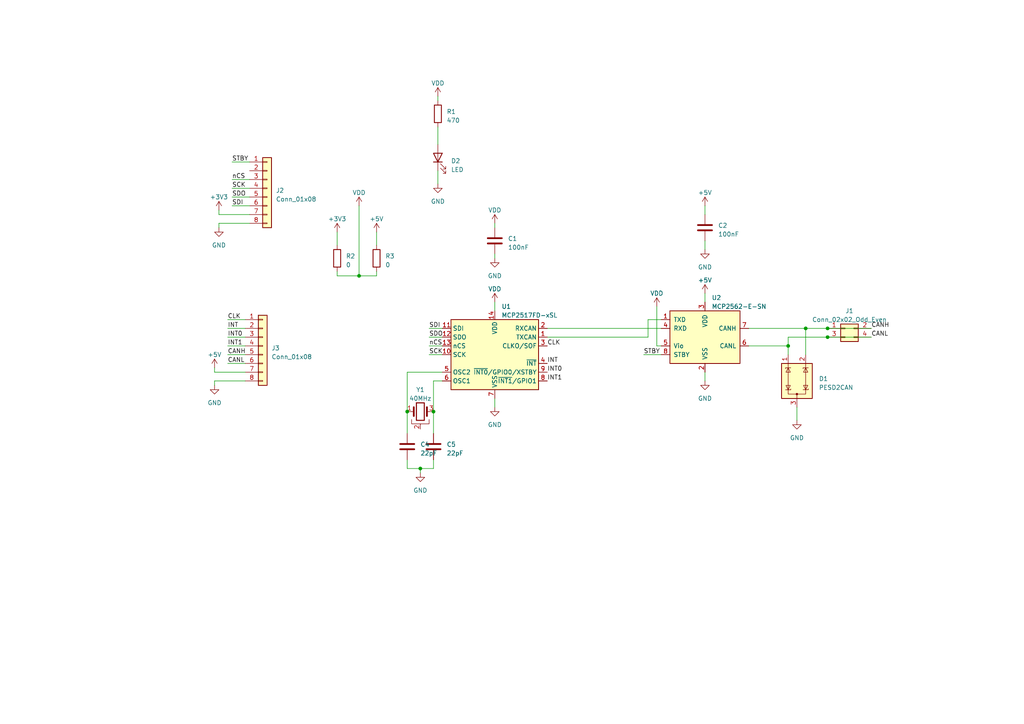
<source format=kicad_sch>
(kicad_sch (version 20230121) (generator eeschema)
  (paper "A4")
  (lib_symbols
    (symbol "Connector_Generic:Conn_01x08" (pin_names (offset 1.016) hide)
      (property "Reference" "J" (at 0 10.16 0))
      (property "Value" "Conn_01x08" (at 0 -12.7 0))
      (symbol "Conn_01x08_1_1"
        (rectangle (start -1.27 -10.033) (end 0 -10.287) (stroke (width 0.1524)))
        (rectangle (start -1.27 -7.493) (end 0 -7.747) (stroke (width 0.1524)))
        (rectangle (start -1.27 -4.953) (end 0 -5.207) (stroke (width 0.1524)))
        (rectangle (start -1.27 -2.413) (end 0 -2.667) (stroke (width 0.1524)))
        (rectangle (start -1.27 0.127) (end 0 -0.127) (stroke (width 0.1524)))
        (rectangle (start -1.27 2.667) (end 0 2.413) (stroke (width 0.1524)))
        (rectangle (start -1.27 5.207) (end 0 4.953) (stroke (width 0.1524)))
        (rectangle (start -1.27 7.747) (end 0 7.493) (stroke (width 0.1524)))
        (rectangle (start -1.27 8.89) (end 1.27 -11.43) (stroke (width 0.254)) (fill (type background)))
        (pin passive line (at -5.08 7.62 0) (length 3.81) (name "Pin_1") (number "1"))
        (pin passive line (at -5.08 5.08 0) (length 3.81) (name "Pin_2") (number "2"))
        (pin passive line (at -5.08 2.54 0) (length 3.81) (name "Pin_3") (number "3"))
        (pin passive line (at -5.08 0 0) (length 3.81) (name "Pin_4") (number "4"))
        (pin passive line (at -5.08 -2.54 0) (length 3.81) (name "Pin_5") (number "5"))
        (pin passive line (at -5.08 -5.08 0) (length 3.81) (name "Pin_6") (number "6"))
        (pin passive line (at -5.08 -7.62 0) (length 3.81) (name "Pin_7") (number "7"))
        (pin passive line (at -5.08 -10.16 0) (length 3.81) (name "Pin_8") (number "8"))
      )
    )
    (symbol "Connector_Generic:Conn_02x02_Odd_Even" (pin_names (offset 1.016) hide)
      (property "Reference" "J" (at 1.27 2.54 0))
      (property "Value" "Conn_02x02_Odd_Even" (at 1.27 -5.08 0))
      (symbol "Conn_02x02_Odd_Even_1_1"
        (rectangle (start -1.27 -2.413) (end 0 -2.667) (stroke (width 0.1524)))
        (rectangle (start -1.27 0.127) (end 0 -0.127) (stroke (width 0.1524)))
        (rectangle (start -1.27 1.27) (end 3.81 -3.81) (stroke (width 0.254)) (fill (type background)))
        (rectangle (start 3.81 -2.413) (end 2.54 -2.667) (stroke (width 0.1524)))
        (rectangle (start 3.81 0.127) (end 2.54 -0.127) (stroke (width 0.1524)))
        (pin passive line (at -5.08 0 0) (length 3.81) (name "Pin_1") (number "1"))
        (pin passive line (at 7.62 0 180) (length 3.81) (name "Pin_2") (number "2"))
        (pin passive line (at -5.08 -2.54 0) (length 3.81) (name "Pin_3") (number "3"))
        (pin passive line (at 7.62 -2.54 180) (length 3.81) (name "Pin_4") (number "4"))
      )
    )
    (symbol "Device:C" (pin_numbers hide) (pin_names (offset 0.254))
      (property "Reference" "C" (at 0.635 2.54 0))
      (property "Value" "C" (at 0.635 -2.54 0))
      (symbol "C_0_1"
        (polyline (pts (xy -2.032 -0.762) (xy 2.032 -0.762)) (stroke (width 0.508)))
        (polyline (pts (xy -2.032 0.762) (xy 2.032 0.762)) (stroke (width 0.508)))
      )
      (symbol "C_1_1"
        (pin passive line (at 0 3.81 270) (length 2.794) (name "~") (number "1"))
        (pin passive line (at 0 -3.81 90) (length 2.794) (name "~") (number "2"))
      )
    )
    (symbol "Device:Crystal_GND2" (pin_names (offset 1.016) hide)
      (property "Reference" "Y" (at 0 5.715 0))
      (property "Value" "Crystal_GND2" (at 0 3.81 0))
      (symbol "Crystal_GND2_0_1"
        (rectangle (start -1.143 2.54) (end 1.143 -2.54) (stroke (width 0.3048)))
        (polyline (pts (xy -2.54 0) (xy -1.905 0)))
        (polyline (pts (xy -1.905 -1.27) (xy -1.905 1.27)) (stroke (width 0.508)))
        (polyline (pts (xy 0 -3.81) (xy 0 -3.556)))
        (polyline (pts (xy 1.905 0) (xy 2.54 0)))
        (polyline (pts (xy 1.905 1.27) (xy 1.905 -1.27)) (stroke (width 0.508)))
        (polyline (pts (xy -2.54 -2.286) (xy -2.54 -3.556) (xy 2.54 -3.556) (xy 2.54 -2.286)))
      )
      (symbol "Crystal_GND2_1_1"
        (pin passive line (at -3.81 0 0) (length 1.27) (name "1") (number "1"))
        (pin passive line (at 0 -5.08 90) (length 1.27) (name "2") (number "2"))
        (pin passive line (at 3.81 0 180) (length 1.27) (name "3") (number "3"))
      )
    )
    (symbol "Device:LED" (pin_numbers hide) (pin_names (offset 1.016) hide)
      (property "Reference" "D" (at 0 2.54 0))
      (property "Value" "LED" (at 0 -2.54 0))
      (symbol "LED_0_1"
        (polyline (pts (xy -1.27 -1.27) (xy -1.27 1.27)) (stroke (width 0.254)))
        (polyline (pts (xy -1.27 0) (xy 1.27 0)))
        (polyline (pts (xy 1.27 -1.27) (xy 1.27 1.27) (xy -1.27 0) (xy 1.27 -1.27)) (stroke (width 0.254)))
        (polyline (pts (xy -3.048 -0.762) (xy -4.572 -2.286) (xy -3.81 -2.286) (xy -4.572 -2.286) (xy -4.572 -1.524)))
        (polyline (pts (xy -1.778 -0.762) (xy -3.302 -2.286) (xy -2.54 -2.286) (xy -3.302 -2.286) (xy -3.302 -1.524)))
      )
      (symbol "LED_1_1"
        (pin passive line (at -3.81 0 0) (length 2.54) (name "K") (number "1"))
        (pin passive line (at 3.81 0 180) (length 2.54) (name "A") (number "2"))
      )
    )
    (symbol "Device:R" (pin_numbers hide) (pin_names (offset 0))
      (property "Reference" "R" (at 2.032 0 90))
      (property "Value" "R" (at 0 0 90))
      (symbol "R_0_1"
        (rectangle (start -1.016 -2.54) (end 1.016 2.54) (stroke (width 0.254)))
      )
      (symbol "R_1_1"
        (pin passive line (at 0 3.81 270) (length 1.27) (name "~") (number "1"))
        (pin passive line (at 0 -3.81 90) (length 1.27) (name "~") (number "2"))
      )
    )
    (symbol "Interface_CAN_LIN:MCP2517FD-xSL"
      (property "Reference" "U" (at -12.7 12.7 0))
      (property "Value" "MCP2517FD-xSL" (at 2.54 12.7 0))
      (symbol "MCP2517FD-xSL_0_1"
        (rectangle (start -12.7 10.16) (end 12.7 -10.16) (stroke (width 0.254)) (fill (type background)))
      )
      (symbol "MCP2517FD-xSL_1_1"
        (pin output line (at 15.24 5.08 180) (length 2.54) (name "TXCAN") (number "1"))
        (pin input line (at -15.24 0 0) (length 2.54) (name "SCK") (number "10"))
        (pin input line (at -15.24 7.62 0) (length 2.54) (name "SDI") (number "11"))
        (pin output line (at -15.24 5.08 0) (length 2.54) (name "SDO") (number "12"))
        (pin input line (at -15.24 2.54 0) (length 2.54) (name "nCS") (number "13"))
        (pin power_in line (at 0 12.7 270) (length 2.54) (name "VDD") (number "14"))
        (pin input line (at 15.24 7.62 180) (length 2.54) (name "RXCAN") (number "2"))
        (pin output line (at 15.24 2.54 180) (length 2.54) (name "CLKO/SOF") (number "3"))
        (pin output line (at 15.24 -2.54 180) (length 2.54) (name "~{INT}") (number "4"))
        (pin output line (at -15.24 -5.08 0) (length 2.54) (name "OSC2") (number "5"))
        (pin input line (at -15.24 -7.62 0) (length 2.54) (name "OSC1") (number "6"))
        (pin power_in line (at 0 -12.7 90) (length 2.54) (name "VSS") (number "7"))
        (pin bidirectional line (at 15.24 -7.62 180) (length 2.54) (name "~{INT1}/GPIO1") (number "8"))
        (pin bidirectional line (at 15.24 -5.08 180) (length 2.54) (name "~{INT0}/GPIO0/XSTBY") (number "9"))
      )
    )
    (symbol "Interface_CAN_LIN:MCP2562-E-SN" (pin_names (offset 1.016))
      (property "Reference" "U" (at -10.16 8.89 0))
      (property "Value" "MCP2562-E-SN" (at 2.54 8.89 0))
      (symbol "MCP2562-E-SN_0_1"
        (rectangle (start -10.16 7.62) (end 10.16 -7.62) (stroke (width 0.254)) (fill (type background)))
      )
      (symbol "MCP2562-E-SN_1_1"
        (pin input line (at -12.7 5.08 0) (length 2.54) (name "TXD") (number "1"))
        (pin power_in line (at 0 -10.16 90) (length 2.54) (name "VSS") (number "2"))
        (pin power_in line (at 0 10.16 270) (length 2.54) (name "VDD") (number "3"))
        (pin output line (at -12.7 2.54 0) (length 2.54) (name "RXD") (number "4"))
        (pin power_in line (at -12.7 -2.54 0) (length 2.54) (name "Vio") (number "5"))
        (pin bidirectional line (at 12.7 -2.54 180) (length 2.54) (name "CANL") (number "6"))
        (pin bidirectional line (at 12.7 2.54 180) (length 2.54) (name "CANH") (number "7"))
        (pin input line (at -12.7 -5.08 0) (length 2.54) (name "STBY") (number "8"))
      )
    )
    (symbol "pi_Library:PESD2CAN" (pin_names hide)
      (property "Reference" "D" (at 5.715 2.54 0))
      (property "Value" "PESD2CAN" (at 5.715 0.635 0))
      (symbol "PESD2CAN_0_0"
        (pin passive line (at 0 -10.16 90) (length 2.54) (name "A") (number "3"))
      )
      (symbol "PESD2CAN_0_1"
        (rectangle (start -4.445 2.54) (end 4.445 -7.62) (stroke (width 0.254)) (fill (type background)))
        (circle (center 0 -6.35) (radius 0.254) (fill (type outline)))
        (polyline (pts (xy -2.54 2.54) (xy -2.54 1.27)))
        (polyline (pts (xy 0 -6.35) (xy 0 -7.62)))
        (polyline (pts (xy 2.54 2.54) (xy 2.54 1.27)))
        (polyline (pts (xy -3.302 1.016) (xy -3.302 1.27) (xy -1.905 1.27) (xy -1.778 1.27)))
        (polyline (pts (xy -2.541 -5.1106) (xy -3.176 -3.8406) (xy -1.906 -3.8406) (xy -2.541 -5.1106)))
        (polyline (pts (xy -2.54 1.27) (xy -2.54 -6.35) (xy 2.54 -6.35) (xy 2.54 1.27)))
        (polyline (pts (xy -2.54 1.27) (xy -1.905 0) (xy -3.175 0) (xy -2.54 1.27)))
        (polyline (pts (xy -1.779 -4.8566) (xy -1.779 -5.1106) (xy -3.176 -5.1106) (xy -3.303 -5.1106)))
        (polyline (pts (xy 1.778 1.016) (xy 1.778 1.27) (xy 3.175 1.27) (xy 3.302 1.27)))
        (polyline (pts (xy 2.54 -5.08) (xy 1.905 -3.81) (xy 3.175 -3.81) (xy 2.54 -5.08)))
        (polyline (pts (xy 2.54 1.27) (xy 1.905 0) (xy 3.175 0) (xy 2.54 1.27)))
        (polyline (pts (xy 3.302 -4.826) (xy 3.302 -5.08) (xy 1.905 -5.08) (xy 1.778 -5.08)))
      )
      (symbol "PESD2CAN_1_1"
        (pin passive line (at -2.54 5.08 270) (length 2.54) (name "K") (number "1"))
        (pin passive line (at 2.54 5.08 270) (length 2.54) (name "K") (number "2"))
      )
    )
    (symbol "power:+3V3" (power) (pin_names (offset 0))
      (property "Value" "+3V3" (at 0 3.556 0))
      (symbol "+3V3_0_1"
        (polyline (pts (xy -0.762 1.27) (xy 0 2.54)))
        (polyline (pts (xy 0 0) (xy 0 2.54)))
        (polyline (pts (xy 0 2.54) (xy 0.762 1.27)))
      )
      (symbol "+3V3_1_1"
        (pin power_in line (at 0 0 90) (length 0) hide (name "+3V3") (number "1"))
      )
    )
    (symbol "power:+5V" (power) (pin_names (offset 0))
      (property "Value" "+5V" (at 0 3.556 0))
      (symbol "+5V_0_1"
        (polyline (pts (xy -0.762 1.27) (xy 0 2.54)))
        (polyline (pts (xy 0 0) (xy 0 2.54)))
        (polyline (pts (xy 0 2.54) (xy 0.762 1.27)))
      )
      (symbol "+5V_1_1"
        (pin power_in line (at 0 0 90) (length 0) hide (name "+5V") (number "1"))
      )
    )
    (symbol "power:GND" (power) (pin_names (offset 0))
      (property "Value" "GND" (at 0 -3.81 0))
      (symbol "GND_0_1"
        (polyline (pts (xy 0 0) (xy 0 -1.27) (xy 1.27 -1.27) (xy 0 -2.54) (xy -1.27 -1.27) (xy 0 -1.27)))
      )
      (symbol "GND_1_1"
        (pin power_in line (at 0 0 270) (length 0) hide (name "GND") (number "1"))
      )
    )
    (symbol "power:VDD" (power) (pin_names (offset 0))
      (property "Value" "VDD" (at 0 3.81 0))
      (symbol "VDD_0_1"
        (polyline (pts (xy -0.762 1.27) (xy 0 2.54)))
        (polyline (pts (xy 0 0) (xy 0 2.54)))
        (polyline (pts (xy 0 2.54) (xy 0.762 1.27)))
      )
      (symbol "VDD_1_1"
        (pin power_in line (at 0 0 90) (length 0) hide (name "VDD") (number "1"))
      )
    )
  )
  (junction (at 118.11 119.38))
  (junction (at 125.73 119.38))
  (junction (at 228.6 100.33))
  (junction (at 233.68 95.25))
  (junction (at 104.14 80.01))
  (junction (at 121.92 135.89))
  (junction (at 240.03 95.25))
  (junction (at 240.03 97.79))
  (wire (pts (xy 67.31 52.07) (xy 72.39 52.07)))
  (wire (pts (xy 143.51 87.63) (xy 143.51 90.17)))
  (wire (pts (xy 109.22 80.01) (xy 104.14 80.01)))
  (wire (pts (xy 143.51 115.57) (xy 143.51 118.11)))
  (wire (pts (xy 217.17 100.33) (xy 228.6 100.33)))
  (wire (pts (xy 118.11 135.89) (xy 118.11 133.35)))
  (wire (pts (xy 121.92 135.89) (xy 118.11 135.89)))
  (wire (pts (xy 125.73 135.89) (xy 121.92 135.89)))
  (wire (pts (xy 233.68 95.25) (xy 240.03 95.25)))
  (wire (pts (xy 62.23 106.68) (xy 62.23 107.95)))
  (wire (pts (xy 125.73 110.49) (xy 125.73 119.38)))
  (wire (pts (xy 127 27.94) (xy 127 29.21)))
  (wire (pts (xy 204.47 69.85) (xy 204.47 72.39)))
  (wire (pts (xy 66.04 105.41) (xy 71.12 105.41)))
  (wire (pts (xy 118.11 119.38) (xy 118.11 125.73)))
  (wire (pts (xy 62.23 111.76) (xy 62.23 110.49)))
  (wire (pts (xy 67.31 54.61) (xy 72.39 54.61)))
  (wire (pts (xy 124.46 95.25) (xy 128.27 95.25)))
  (wire (pts (xy 67.31 59.69) (xy 72.39 59.69)))
  (wire (pts (xy 204.47 85.09) (xy 204.47 87.63)))
  (wire (pts (xy 187.96 92.71) (xy 187.96 97.79)))
  (wire (pts (xy 104.14 59.69) (xy 104.14 80.01)))
  (wire (pts (xy 63.5 66.04) (xy 63.5 64.77)))
  (wire (pts (xy 66.04 97.79) (xy 71.12 97.79)))
  (wire (pts (xy 191.77 92.71) (xy 187.96 92.71)))
  (wire (pts (xy 97.79 80.01) (xy 104.14 80.01)))
  (wire (pts (xy 62.23 110.49) (xy 71.12 110.49)))
  (wire (pts (xy 97.79 78.74) (xy 97.79 80.01)))
  (wire (pts (xy 66.04 102.87) (xy 71.12 102.87)))
  (wire (pts (xy 128.27 107.95) (xy 118.11 107.95)))
  (wire (pts (xy 121.92 137.16) (xy 121.92 135.89)))
  (wire (pts (xy 186.69 102.87) (xy 191.77 102.87)))
  (wire (pts (xy 125.73 133.35) (xy 125.73 135.89)))
  (wire (pts (xy 128.27 110.49) (xy 125.73 110.49)))
  (wire (pts (xy 97.79 67.31) (xy 97.79 71.12)))
  (wire (pts (xy 62.23 107.95) (xy 71.12 107.95)))
  (wire (pts (xy 231.14 118.11) (xy 231.14 121.92)))
  (wire (pts (xy 63.5 62.23) (xy 72.39 62.23)))
  (wire (pts (xy 124.46 97.79) (xy 128.27 97.79)))
  (wire (pts (xy 228.6 97.79) (xy 240.03 97.79)))
  (wire (pts (xy 228.6 100.33) (xy 228.6 102.87)))
  (wire (pts (xy 127 49.53) (xy 127 53.34)))
  (wire (pts (xy 63.5 64.77) (xy 72.39 64.77)))
  (wire (pts (xy 190.5 100.33) (xy 191.77 100.33)))
  (wire (pts (xy 233.68 95.25) (xy 233.68 102.87)))
  (wire (pts (xy 63.5 60.96) (xy 63.5 62.23)))
  (wire (pts (xy 109.22 67.31) (xy 109.22 71.12)))
  (wire (pts (xy 109.22 78.74) (xy 109.22 80.01)))
  (wire (pts (xy 127 36.83) (xy 127 41.91)))
  (wire (pts (xy 204.47 59.69) (xy 204.47 62.23)))
  (wire (pts (xy 143.51 73.66) (xy 143.51 74.93)))
  (wire (pts (xy 158.75 95.25) (xy 191.77 95.25)))
  (wire (pts (xy 118.11 107.95) (xy 118.11 119.38)))
  (wire (pts (xy 187.96 97.79) (xy 158.75 97.79)))
  (wire (pts (xy 66.04 100.33) (xy 71.12 100.33)))
  (wire (pts (xy 190.5 88.9) (xy 190.5 100.33)))
  (wire (pts (xy 240.03 95.25) (xy 252.73 95.25)))
  (wire (pts (xy 124.46 100.33) (xy 128.27 100.33)))
  (wire (pts (xy 125.73 119.38) (xy 125.73 125.73)))
  (wire (pts (xy 204.47 107.95) (xy 204.47 110.49)))
  (wire (pts (xy 66.04 95.25) (xy 71.12 95.25)))
  (wire (pts (xy 228.6 97.79) (xy 228.6 100.33)))
  (wire (pts (xy 124.46 102.87) (xy 128.27 102.87)))
  (wire (pts (xy 143.51 64.77) (xy 143.51 66.04)))
  (wire (pts (xy 240.03 97.79) (xy 252.73 97.79)))
  (wire (pts (xy 217.17 95.25) (xy 233.68 95.25)))
  (wire (pts (xy 67.31 57.15) (xy 72.39 57.15)))
  (wire (pts (xy 67.31 46.99) (xy 72.39 46.99)))
  (wire (pts (xy 66.04 92.71) (xy 71.12 92.71)))
  (label "SDI" (at 67.31 59.69 0))
  (label "INT1" (at 158.75 110.49 0))
  (label "SCK" (at 67.31 54.61 0))
  (label "SDO" (at 124.46 97.79 0))
  (label "CLK" (at 158.75 100.33 0))
  (label "STBY" (at 67.31 46.99 0))
  (label "INT" (at 158.75 105.41 0))
  (label "INT1" (at 66.04 100.33 0))
  (label "nCS" (at 124.46 100.33 0))
  (label "STBY" (at 186.69 102.87 0))
  (label "CANL" (at 252.73 97.79 0))
  (label "INT0" (at 158.75 107.95 0))
  (label "INT" (at 66.04 95.25 0))
  (label "CANL" (at 66.04 105.41 0))
  (label "CLK" (at 66.04 92.71 0))
  (label "SDO" (at 67.31 57.15 0))
  (label "CANH" (at 252.73 95.25 0))
  (label "SCK" (at 124.46 102.87 0))
  (label "nCS" (at 67.31 52.07 0))
  (label "SDI" (at 124.46 95.25 0))
  (label "CANH" (at 66.04 102.87 0))
  (label "INT0" (at 66.04 97.79 0))
  (symbol (lib_id "power:GND") (at 143.51 118.11 0) (unit 1)
    (property "Reference" "#PWR05" (effects hide))
    (property "Value" "GND" (at 143.51 123.19 0))
  )
  (symbol (lib_id "Device:R") (at 127 33.02 0) (unit 1)
    (property "Reference" "R1" (at 129.54 32.385 0) (effects (justify left)))
    (property "Value" "470" (at 129.54 34.925 0) (effects (justify left)))
    (property "Footprint" "Capacitor_SMD:C_0805_2012Metric_Pad1.18x1.45mm_HandSolder" (effects hide))
  )
  (symbol (lib_id "Connector_Generic:Conn_01x08") (at 76.2 100.33 0) (unit 1)
    (property "Reference" "J3" (at 78.74 100.965 0) (effects (justify left)))
    (property "Value" "Conn_01x08" (at 78.74 103.505 0) (effects (justify left)))
    (property "Footprint" "Connector_PinHeader_2.54mm:PinHeader_1x08_P2.54mm_Vertical" (effects hide))
  )
  (symbol (lib_id "power:+3V3") (at 63.5 60.96 0) (unit 1)
    (property "Reference" "#PWR014" (effects hide))
    (property "Value" "+3V3" (at 63.5 57.15 0))
  )
  (symbol (lib_id "Device:R") (at 109.22 74.93 0) (unit 1)
    (property "Reference" "R3" (at 111.76 74.295 0) (effects (justify left)))
    (property "Value" "0" (at 111.76 76.835 0) (effects (justify left)))
    (property "Footprint" "Resistor_SMD:R_0805_2012Metric_Pad1.20x1.40mm_HandSolder" (effects hide))
  )
  (symbol (lib_id "power:GND") (at 62.23 111.76 0) (unit 1)
    (property "Reference" "#PWR017" (effects hide))
    (property "Value" "GND" (at 62.23 116.84 0))
  )
  (symbol (lib_id "Device:R") (at 97.79 74.93 0) (unit 1)
    (property "Reference" "R2" (at 100.33 74.295 0) (effects (justify left)))
    (property "Value" "0" (at 100.33 76.835 0) (effects (justify left)))
    (property "Footprint" "Resistor_SMD:R_0805_2012Metric_Pad1.20x1.40mm_HandSolder" (effects hide))
  )
  (symbol (lib_id "Device:C") (at 204.47 66.04 0) (unit 1)
    (property "Reference" "C2" (at 208.28 65.405 0) (effects (justify left)))
    (property "Value" "100nF" (at 208.28 67.945 0) (effects (justify left)))
    (property "Footprint" "Capacitor_SMD:C_0805_2012Metric_Pad1.18x1.45mm_HandSolder" (effects hide))
  )
  (symbol (lib_id "power:+5V") (at 204.47 59.69 0) (unit 1)
    (property "Reference" "#PWR06" (effects hide))
    (property "Value" "+5V" (at 204.47 55.88 0))
  )
  (symbol (lib_id "Device:C") (at 118.11 129.54 0) (unit 1)
    (property "Reference" "C4" (at 121.92 128.905 0) (effects (justify left)))
    (property "Value" "22pF" (at 121.92 131.445 0) (effects (justify left)))
    (property "Footprint" "Capacitor_SMD:C_0805_2012Metric_Pad1.18x1.45mm_HandSolder" (effects hide))
  )
  (symbol (lib_id "power:GND") (at 63.5 66.04 0) (unit 1)
    (property "Reference" "#PWR015" (effects hide))
    (property "Value" "GND" (at 63.5 71.12 0))
  )
  (symbol (lib_id "power:+5V") (at 204.47 85.09 0) (unit 1)
    (property "Reference" "#PWR03" (effects hide))
    (property "Value" "+5V" (at 204.47 81.28 0))
  )
  (symbol (lib_id "power:GND") (at 231.14 121.92 0) (unit 1)
    (property "Reference" "#PWR012" (effects hide))
    (property "Value" "GND" (at 231.14 127 0))
  )
  (symbol (lib_id "power:GND") (at 127 53.34 0) (unit 1)
    (property "Reference" "#PWR018" (effects hide))
    (property "Value" "GND" (at 127 58.42 0))
  )
  (symbol (lib_id "pi_Library:PESD2CAN") (at 231.14 107.95 0) (unit 1)
    (property "Reference" "D1" (at 237.49 109.855 0) (effects (justify left)))
    (property "Value" "PESD2CAN" (at 237.49 112.395 0) (effects (justify left)))
    (property "Footprint" "Package_TO_SOT_SMD:SOT-23" (effects hide))
    (property "Datasheet" "http://www.littelfuse.com/~/media/files/littelfuse/technical%20resources/documents/data%20sheets/sp05xxba.pdf" (effects hide))
  )
  (symbol (lib_id "power:VDD") (at 190.5 88.9 0) (unit 1)
    (property "Reference" "#PWR04" (effects hide))
    (property "Value" "VDD" (at 190.5 85.09 0))
  )
  (symbol (lib_id "power:GND") (at 204.47 72.39 0) (unit 1)
    (property "Reference" "#PWR07" (effects hide))
    (property "Value" "GND" (at 204.47 77.47 0))
  )
  (symbol (lib_id "Device:C") (at 143.51 69.85 0) (unit 1)
    (property "Reference" "C1" (at 147.32 69.215 0) (effects (justify left)))
    (property "Value" "100nF" (at 147.32 71.755 0) (effects (justify left)))
    (property "Footprint" "Capacitor_SMD:C_0805_2012Metric_Pad1.18x1.45mm_HandSolder" (effects hide))
  )
  (symbol (lib_id "power:VDD") (at 104.14 59.69 0) (unit 1)
    (property "Reference" "#PWR021" (effects hide))
    (property "Value" "VDD" (at 104.14 55.88 0))
  )
  (symbol (lib_id "power:VDD") (at 143.51 64.77 0) (unit 1)
    (property "Reference" "#PWR09" (effects hide))
    (property "Value" "VDD" (at 143.51 60.96 0))
  )
  (symbol (lib_id "Device:C") (at 125.73 129.54 0) (unit 1)
    (property "Reference" "C5" (at 129.54 128.905 0) (effects (justify left)))
    (property "Value" "22pF" (at 129.54 131.445 0) (effects (justify left)))
    (property "Footprint" "Capacitor_SMD:C_0805_2012Metric_Pad1.18x1.45mm_HandSolder" (effects hide))
  )
  (symbol (lib_id "Connector_Generic:Conn_02x02_Odd_Even") (at 245.11 95.25 0) (unit 1)
    (property "Reference" "J1" (at 246.38 90.17 0))
    (property "Value" "Conn_02x02_Odd_Even" (at 246.38 92.71 0))
    (property "Footprint" "Connector_PinHeader_2.54mm:PinHeader_2x02_P2.54mm_Vertical" (effects hide))
  )
  (symbol (lib_id "power:GND") (at 204.47 110.49 0) (unit 1)
    (property "Reference" "#PWR08" (effects hide))
    (property "Value" "GND" (at 204.47 115.57 0))
  )
  (symbol (lib_id "Interface_CAN_LIN:MCP2517FD-xSL") (at 143.51 102.87 0) (unit 1)
    (property "Reference" "U1" (at 145.4659 88.9 0) (effects (justify left)))
    (property "Value" "MCP2517FD-xSL" (at 145.4659 91.44 0) (effects (justify left)))
    (property "Footprint" "Package_SO:SOIC-14_3.9x8.7mm_P1.27mm" (effects hide))
    (property "Datasheet" "https://ww1.microchip.com/downloads/en/DeviceDoc/20005688A.pdf" (effects hide))
  )
  (symbol (lib_id "power:+5V") (at 109.22 67.31 0) (unit 1)
    (property "Reference" "#PWR020" (effects hide))
    (property "Value" "+5V" (at 109.22 63.5 0))
  )
  (symbol (lib_id "power:VDD") (at 143.51 87.63 0) (unit 1)
    (property "Reference" "#PWR011" (effects hide))
    (property "Value" "VDD" (at 143.51 83.82 0))
  )
  (symbol (lib_id "Device:LED") (at 127 45.72 90) (unit 1)
    (property "Reference" "D2" (at 130.81 46.6725 90) (effects (justify right)))
    (property "Value" "LED" (at 130.81 49.2125 90) (effects (justify right)))
    (property "Footprint" "LED_SMD:LED_0805_2012Metric_Pad1.15x1.40mm_HandSolder" (effects hide))
  )
  (symbol (lib_id "Device:Crystal_GND2") (at 121.92 119.38 0) (unit 1)
    (property "Reference" "Y1" (at 121.92 113.03 0))
    (property "Value" "40MHz" (at 121.92 115.57 0))
    (property "Footprint" "Crystal:Crystal_SMD_3225-4Pin_3.2x2.5mm" (effects hide))
  )
  (symbol (lib_id "power:VDD") (at 127 27.94 0) (unit 1)
    (property "Reference" "#PWR022" (effects hide))
    (property "Value" "VDD" (at 127 24.13 0))
  )
  (symbol (lib_id "power:GND") (at 121.92 137.16 0) (unit 1)
    (property "Reference" "#PWR013" (effects hide))
    (property "Value" "GND" (at 121.92 142.24 0))
  )
  (symbol (lib_id "power:+5V") (at 62.23 106.68 0) (unit 1)
    (property "Reference" "#PWR016" (effects hide))
    (property "Value" "+5V" (at 62.23 102.87 0))
  )
  (symbol (lib_id "power:GND") (at 143.51 74.93 0) (unit 1)
    (property "Reference" "#PWR02" (effects hide))
    (property "Value" "GND" (at 143.51 80.01 0))
  )
  (symbol (lib_id "power:+3V3") (at 97.79 67.31 0) (unit 1)
    (property "Reference" "#PWR019" (effects hide))
    (property "Value" "+3V3" (at 97.79 63.5 0))
  )
  (symbol (lib_id "Connector_Generic:Conn_01x08") (at 77.47 54.61 0) (unit 1)
    (property "Reference" "J2" (at 80.01 55.245 0) (effects (justify left)))
    (property "Value" "Conn_01x08" (at 80.01 57.785 0) (effects (justify left)))
    (property "Footprint" "Connector_PinHeader_2.54mm:PinHeader_1x08_P2.54mm_Vertical" (effects hide))
  )
  (symbol (lib_id "Interface_CAN_LIN:MCP2562-E-SN") (at 204.47 97.79 0) (unit 1)
    (property "Reference" "U2" (at 206.4259 86.36 0) (effects (justify left)))
    (property "Value" "MCP2562-E-SN" (at 206.4259 88.9 0) (effects (justify left)))
    (property "Footprint" "Package_SO:SOIC-8_3.9x4.9mm_P1.27mm" (effects hide))
    (property "Datasheet" "http://ww1.microchip.com/downloads/en/DeviceDoc/25167A.pdf" (effects hide))
  )
)
</source>
